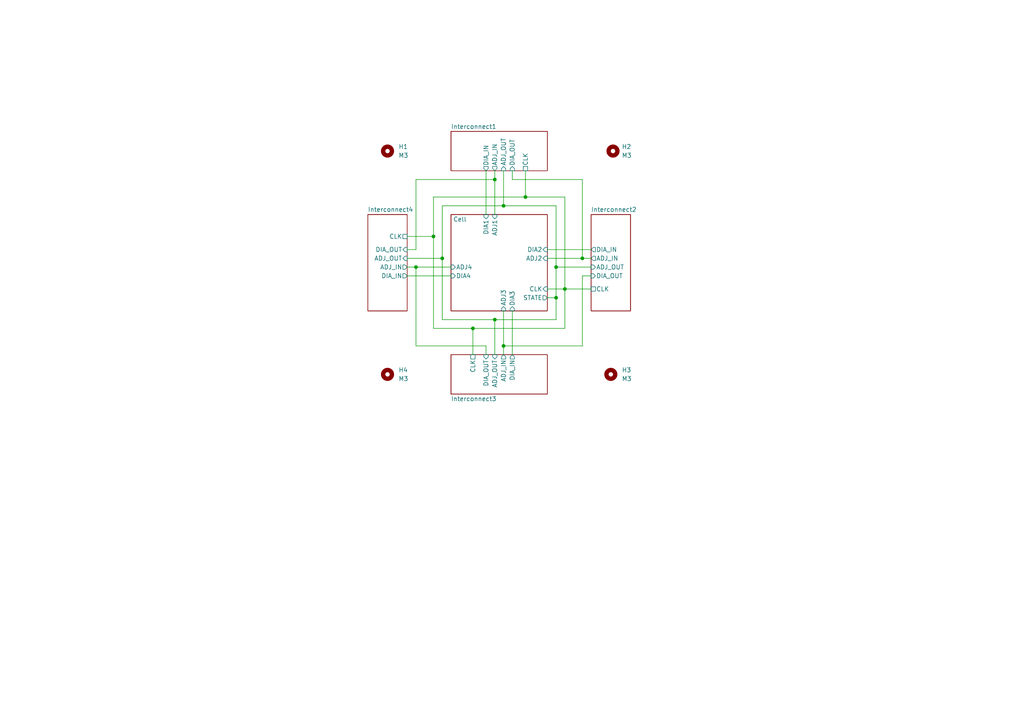
<source format=kicad_sch>
(kicad_sch (version 20211123) (generator eeschema)
  (paper "A4")
  (lib_symbols
    (symbol "Mechanical:MountingHole" (pin_names (offset 1.016))
      (property "Reference" "H" (at 0 5.08 0))
      (property "Value" "MountingHole" (at 0 3.175 0))
      (symbol "MountingHole_0_1"
        (circle (center 0 0) (radius 1.27) (stroke (width 1.27)))
      )
    )
  )
  (junction (at 161.29 86.36))
  (junction (at 128.27 74.93))
  (junction (at 125.73 68.58))
  (junction (at 146.05 59.69))
  (junction (at 137.16 95.25))
  (junction (at 163.83 83.82))
  (junction (at 161.29 77.47))
  (junction (at 143.51 92.71))
  (junction (at 168.91 74.93))
  (junction (at 152.4 57.15))
  (junction (at 120.65 77.47))
  (junction (at 146.05 100.33))
  (junction (at 143.51 52.07))
  (wire (pts (xy 143.51 49.53) (xy 143.51 52.07)))
  (wire (pts (xy 125.73 68.58) (xy 125.73 57.15)))
  (wire (pts (xy 120.65 72.39) (xy 118.11 72.39)))
  (wire (pts (xy 146.05 59.69) (xy 161.29 59.69)))
  (wire (pts (xy 120.65 100.33) (xy 140.97 100.33)))
  (wire (pts (xy 143.51 92.71) (xy 128.27 92.71)))
  (wire (pts (xy 128.27 59.69) (xy 146.05 59.69)))
  (wire (pts (xy 146.05 90.17) (xy 146.05 100.33)))
  (wire (pts (xy 137.16 95.25) (xy 125.73 95.25)))
  (wire (pts (xy 118.11 77.47) (xy 120.65 77.47)))
  (wire (pts (xy 137.16 95.25) (xy 137.16 102.87)))
  (wire (pts (xy 128.27 74.93) (xy 128.27 59.69)))
  (wire (pts (xy 118.11 74.93) (xy 128.27 74.93)))
  (wire (pts (xy 118.11 80.01) (xy 130.81 80.01)))
  (wire (pts (xy 120.65 77.47) (xy 130.81 77.47)))
  (wire (pts (xy 143.51 52.07) (xy 143.51 62.23)))
  (wire (pts (xy 125.73 95.25) (xy 125.73 68.58)))
  (wire (pts (xy 163.83 83.82) (xy 163.83 95.25)))
  (wire (pts (xy 168.91 74.93) (xy 168.91 52.07)))
  (wire (pts (xy 158.75 86.36) (xy 161.29 86.36)))
  (wire (pts (xy 163.83 83.82) (xy 171.45 83.82)))
  (wire (pts (xy 161.29 92.71) (xy 143.51 92.71)))
  (wire (pts (xy 158.75 83.82) (xy 163.83 83.82)))
  (wire (pts (xy 143.51 52.07) (xy 120.65 52.07)))
  (wire (pts (xy 168.91 80.01) (xy 171.45 80.01)))
  (wire (pts (xy 148.59 52.07) (xy 148.59 49.53)))
  (wire (pts (xy 140.97 49.53) (xy 140.97 62.23)))
  (wire (pts (xy 146.05 49.53) (xy 146.05 59.69)))
  (wire (pts (xy 161.29 86.36) (xy 161.29 92.71)))
  (wire (pts (xy 163.83 95.25) (xy 137.16 95.25)))
  (wire (pts (xy 152.4 57.15) (xy 163.83 57.15)))
  (wire (pts (xy 125.73 57.15) (xy 152.4 57.15)))
  (wire (pts (xy 120.65 52.07) (xy 120.65 72.39)))
  (wire (pts (xy 161.29 77.47) (xy 171.45 77.47)))
  (wire (pts (xy 168.91 74.93) (xy 171.45 74.93)))
  (wire (pts (xy 118.11 68.58) (xy 125.73 68.58)))
  (wire (pts (xy 140.97 100.33) (xy 140.97 102.87)))
  (wire (pts (xy 146.05 100.33) (xy 168.91 100.33)))
  (wire (pts (xy 161.29 59.69) (xy 161.29 77.47)))
  (wire (pts (xy 128.27 92.71) (xy 128.27 74.93)))
  (wire (pts (xy 146.05 100.33) (xy 146.05 102.87)))
  (wire (pts (xy 168.91 52.07) (xy 148.59 52.07)))
  (wire (pts (xy 120.65 77.47) (xy 120.65 100.33)))
  (wire (pts (xy 158.75 72.39) (xy 171.45 72.39)))
  (wire (pts (xy 143.51 92.71) (xy 143.51 102.87)))
  (wire (pts (xy 152.4 49.53) (xy 152.4 57.15)))
  (wire (pts (xy 161.29 77.47) (xy 161.29 86.36)))
  (wire (pts (xy 163.83 57.15) (xy 163.83 83.82)))
  (wire (pts (xy 168.91 100.33) (xy 168.91 80.01)))
  (wire (pts (xy 158.75 74.93) (xy 168.91 74.93)))
  (wire (pts (xy 148.59 90.17) (xy 148.59 102.87)))
  (symbol (lib_id "Mechanical:MountingHole") (at 112.395 43.815 0) (unit 1)
    (property "Reference" "H1" (at 115.57 42.5449 0) (effects (justify left)))
    (property "Value" "M3" (at 115.57 45.0849 0) (effects (justify left)))
    (property "Footprint" "MountingHole:MountingHole_3.2mm_M3_Pad" (effects hide))
  )
  (symbol (lib_id "Mechanical:MountingHole") (at 177.165 108.585 0) (unit 1)
    (property "Reference" "H3" (at 180.34 107.3149 0) (effects (justify left)))
    (property "Value" "M3" (at 180.34 109.8549 0) (effects (justify left)))
    (property "Footprint" "MountingHole:MountingHole_3.2mm_M3_Pad" (effects hide))
  )
  (symbol (lib_id "Mechanical:MountingHole") (at 177.8 43.815 0) (unit 1)
    (property "Reference" "H2" (at 180.34 42.5449 0) (effects (justify left)))
    (property "Value" "M3" (at 180.34 45.0849 0) (effects (justify left)))
    (property "Footprint" "MountingHole:MountingHole_3.2mm_M3_Pad" (effects hide))
  )
  (symbol (lib_id "Mechanical:MountingHole") (at 112.395 108.585 0) (unit 1)
    (property "Reference" "H4" (at 115.57 107.3149 0) (effects (justify left)))
    (property "Value" "M3" (at 115.57 109.8549 0) (effects (justify left)))
    (property "Footprint" "MountingHole:MountingHole_3.2mm_M3_Pad" (effects hide))
  )
  (sheet (at 130.81 38.1) (size 27.94 11.43) (stroke (width 0.1524))
    (property "Sheet name" "Interconnect1" (at 130.81 37.465 0) (effects (justify left bottom)))
    (property "Sheet file" "Interconnect.kicad_sch" (effects hide))
    (pin "ADJ_IN" output (at 143.51 49.53 270))
    (pin "DIA_IN" output (at 140.97 49.53 270))
    (pin "ADJ_OUT" input (at 146.05 49.53 270))
    (pin "DIA_OUT" input (at 148.59 49.53 270))
    (pin "CLK" passive (at 152.4 49.53 270))
  )
  (sheet (at 171.45 62.23) (size 11.43 27.94) (stroke (width 0.1524))
    (property "Sheet name" "Interconnect2" (at 171.45 61.5184 0) (effects (justify left bottom)))
    (property "Sheet file" "Interconnect.kicad_sch" (effects hide))
    (pin "ADJ_IN" output (at 171.45 74.93 180))
    (pin "DIA_IN" output (at 171.45 72.39 180))
    (pin "ADJ_OUT" input (at 171.45 77.47 180))
    (pin "DIA_OUT" input (at 171.45 80.01 180))
    (pin "CLK" passive (at 171.45 83.82 180))
  )
  (sheet (at 106.68 62.23) (size 11.43 27.94) (stroke (width 0.1524))
    (property "Sheet name" "Interconnect4" (at 106.68 61.5184 0) (effects (justify left bottom)))
    (property "Sheet file" "Interconnect.kicad_sch" (effects hide))
    (pin "ADJ_IN" output (at 118.11 77.47 0))
    (pin "DIA_IN" output (at 118.11 80.01 0))
    (pin "ADJ_OUT" input (at 118.11 74.93 0))
    (pin "DIA_OUT" input (at 118.11 72.39 0))
    (pin "CLK" passive (at 118.11 68.58 0))
  )
  (sheet (at 130.81 62.23) (size 27.94 27.94) (stroke (width 0.1524))
    (property "Sheet name" "Cell" (at 131.445 62.865 0) (effects (justify left top)))
    (property "Sheet file" "Cell.kicad_sch" (effects hide))
    (pin "DIA1" input (at 140.97 62.23 90))
    (pin "DIA3" input (at 148.59 90.17 270))
    (pin "ADJ2" input (at 158.75 74.93 0))
    (pin "ADJ1" input (at 143.51 62.23 90))
    (pin "ADJ3" input (at 146.05 90.17 270))
    (pin "DIA2" input (at 158.75 72.39 0))
    (pin "DIA4" input (at 130.81 80.01 180))
    (pin "CLK" input (at 158.75 83.82 0))
    (pin "STATE" output (at 158.75 86.36 0))
    (pin "ADJ4" input (at 130.81 77.47 180))
  )
  (sheet (at 130.81 102.87) (size 27.94 11.43) (stroke (width 0.1524))
    (property "Sheet name" "Interconnect3" (at 130.81 114.935 0) (effects (justify left top)))
    (property "Sheet file" "Interconnect.kicad_sch" (effects hide))
    (pin "ADJ_IN" output (at 146.05 102.87 90))
    (pin "DIA_IN" output (at 148.59 102.87 90))
    (pin "ADJ_OUT" input (at 143.51 102.87 90))
    (pin "DIA_OUT" input (at 140.97 102.87 90))
    (pin "CLK" passive (at 137.16 102.87 90))
  )
)
</source>
